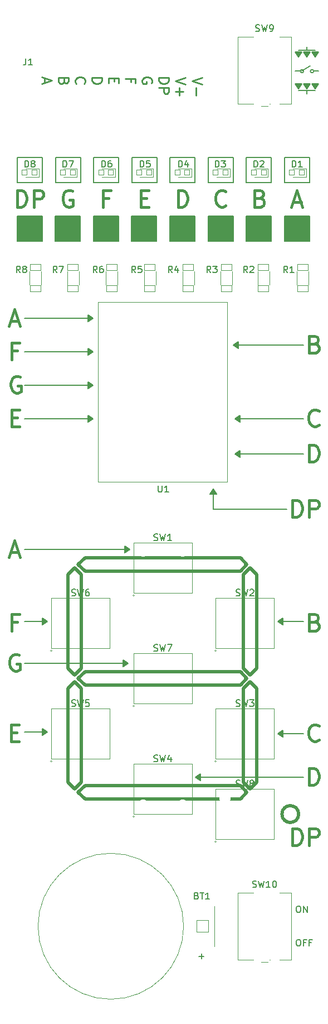
<source format=gto>
%TF.GenerationSoftware,KiCad,Pcbnew,(6.0.0)*%
%TF.CreationDate,2022-06-12T01:08:41-04:00*%
%TF.ProjectId,8 Seg Design Tool,38205365-6720-4446-9573-69676e20546f,v01*%
%TF.SameCoordinates,Original*%
%TF.FileFunction,Legend,Top*%
%TF.FilePolarity,Positive*%
%FSLAX46Y46*%
G04 Gerber Fmt 4.6, Leading zero omitted, Abs format (unit mm)*
G04 Created by KiCad (PCBNEW (6.0.0)) date 2022-06-12 01:08:41*
%MOMM*%
%LPD*%
G01*
G04 APERTURE LIST*
G04 Aperture macros list*
%AMRoundRect*
0 Rectangle with rounded corners*
0 $1 Rounding radius*
0 $2 $3 $4 $5 $6 $7 $8 $9 X,Y pos of 4 corners*
0 Add a 4 corners polygon primitive as box body*
4,1,4,$2,$3,$4,$5,$6,$7,$8,$9,$2,$3,0*
0 Add four circle primitives for the rounded corners*
1,1,$1+$1,$2,$3*
1,1,$1+$1,$4,$5*
1,1,$1+$1,$6,$7*
1,1,$1+$1,$8,$9*
0 Add four rect primitives between the rounded corners*
20,1,$1+$1,$2,$3,$4,$5,0*
20,1,$1+$1,$4,$5,$6,$7,0*
20,1,$1+$1,$6,$7,$8,$9,0*
20,1,$1+$1,$8,$9,$2,$3,0*%
G04 Aperture macros list end*
%ADD10C,0.150000*%
%ADD11C,0.508000*%
%ADD12C,0.254000*%
%ADD13C,0.381000*%
%ADD14C,0.120000*%
%ADD15C,1.883600*%
%ADD16RoundRect,0.050800X0.400000X0.400000X-0.400000X0.400000X-0.400000X-0.400000X0.400000X-0.400000X0*%
%ADD17C,1.763600*%
%ADD18RoundRect,0.050800X0.800100X-0.495300X0.800100X0.495300X-0.800100X0.495300X-0.800100X-0.495300X0*%
%ADD19RoundRect,0.050800X0.914400X-0.914400X0.914400X0.914400X-0.914400X0.914400X-0.914400X-0.914400X0*%
%ADD20C,1.930400*%
%ADD21C,1.861820*%
%ADD22C,0.889000*%
%ADD23C,1.651000*%
G04 APERTURE END LIST*
D10*
X144780000Y-32893000D02*
G75*
G03*
X144780000Y-32893000I-254000J0D01*
G01*
X111252000Y-70358000D02*
X110490000Y-70866000D01*
X110490000Y-70866000D02*
X110490000Y-69850000D01*
X110490000Y-69850000D02*
X111252000Y-70358000D01*
G36*
X111252000Y-70358000D02*
G01*
X110490000Y-70866000D01*
X110490000Y-69850000D01*
X111252000Y-70358000D01*
G37*
X111252000Y-70358000D02*
X110490000Y-70866000D01*
X110490000Y-69850000D01*
X111252000Y-70358000D01*
X111323928Y-45974000D02*
X115133928Y-45974000D01*
X115133928Y-45974000D02*
X115133928Y-49784000D01*
X115133928Y-49784000D02*
X111323928Y-49784000D01*
X111323928Y-49784000D02*
X111323928Y-45974000D01*
D11*
X136144000Y-109220000D02*
X136144000Y-123444000D01*
X136144000Y-123444000D02*
X135128000Y-124460000D01*
X135128000Y-124460000D02*
X134112000Y-123444000D01*
X134112000Y-123444000D02*
X134112000Y-109220000D01*
X134112000Y-109220000D02*
X135128000Y-108204000D01*
X135128000Y-108204000D02*
X136144000Y-109220000D01*
D10*
X99712500Y-45974000D02*
X103522500Y-45974000D01*
X103522500Y-45974000D02*
X103522500Y-49784000D01*
X103522500Y-49784000D02*
X99712500Y-49784000D01*
X99712500Y-49784000D02*
X99712500Y-45974000D01*
X105518214Y-45974000D02*
X109328214Y-45974000D01*
X109328214Y-45974000D02*
X109328214Y-49784000D01*
X109328214Y-49784000D02*
X105518214Y-49784000D01*
X105518214Y-49784000D02*
X105518214Y-45974000D01*
D11*
X109474000Y-109220000D02*
X109474000Y-123444000D01*
X109474000Y-123444000D02*
X108458000Y-124460000D01*
X108458000Y-124460000D02*
X107442000Y-123444000D01*
X107442000Y-123444000D02*
X107442000Y-109220000D01*
X107442000Y-109220000D02*
X108458000Y-108204000D01*
X108458000Y-108204000D02*
X109474000Y-109220000D01*
D10*
X117112142Y-54864000D02*
X120922142Y-54864000D01*
X120922142Y-54864000D02*
X120922142Y-58674000D01*
X120922142Y-58674000D02*
X117112142Y-58674000D01*
X117112142Y-58674000D02*
X117112142Y-54864000D01*
G36*
X117112142Y-54864000D02*
G01*
X120922142Y-54864000D01*
X120922142Y-58674000D01*
X117112142Y-58674000D01*
X117112142Y-54864000D01*
G37*
X143256000Y-85598000D02*
X132842000Y-85598000D01*
X104267000Y-133096000D02*
X103505000Y-133604000D01*
X103505000Y-133604000D02*
X103505000Y-132588000D01*
X103505000Y-132588000D02*
X104267000Y-133096000D01*
G36*
X104267000Y-133096000D02*
G01*
X103505000Y-133604000D01*
X103505000Y-132588000D01*
X104267000Y-133096000D01*
G37*
X104267000Y-133096000D02*
X103505000Y-133604000D01*
X103505000Y-132588000D01*
X104267000Y-133096000D01*
X143256000Y-32893000D02*
G75*
G03*
X143256000Y-32893000I-254000J0D01*
G01*
X100838000Y-116332000D02*
X104267000Y-116332000D01*
X100838000Y-75438000D02*
X111252000Y-75438000D01*
X141986000Y-32893000D02*
X142748000Y-32893000D01*
X143256000Y-139954000D02*
X126809500Y-139954000D01*
X111252000Y-80518000D02*
X110490000Y-81026000D01*
X110490000Y-81026000D02*
X110490000Y-80010000D01*
X110490000Y-80010000D02*
X111252000Y-80518000D01*
G36*
X111252000Y-80518000D02*
G01*
X110490000Y-81026000D01*
X110490000Y-80010000D01*
X111252000Y-80518000D01*
G37*
X111252000Y-80518000D02*
X110490000Y-81026000D01*
X110490000Y-80010000D01*
X111252000Y-80518000D01*
X128741070Y-45974000D02*
X132551070Y-45974000D01*
X132551070Y-45974000D02*
X132551070Y-49784000D01*
X132551070Y-49784000D02*
X128741070Y-49784000D01*
X128741070Y-49784000D02*
X128741070Y-45974000D01*
D11*
X134620000Y-124968000D02*
X133638940Y-125984000D01*
X133638940Y-125984000D02*
X110016940Y-125984000D01*
X110016940Y-125984000D02*
X108966000Y-124968000D01*
X108966000Y-124968000D02*
X110016940Y-123952000D01*
X110016940Y-123952000D02*
X133638940Y-123952000D01*
X133638940Y-123952000D02*
X134620000Y-124968000D01*
D10*
X145034000Y-30734000D02*
X144526000Y-29972000D01*
X144526000Y-29972000D02*
X145542000Y-29972000D01*
X145542000Y-29972000D02*
X145034000Y-30734000D01*
G36*
X145034000Y-30734000D02*
G01*
X144526000Y-29972000D01*
X145542000Y-29972000D01*
X145034000Y-30734000D01*
G37*
X145034000Y-30734000D02*
X144526000Y-29972000D01*
X145542000Y-29972000D01*
X145034000Y-30734000D01*
X122935356Y-45974000D02*
X126745356Y-45974000D01*
X126745356Y-45974000D02*
X126745356Y-49784000D01*
X126745356Y-49784000D02*
X122935356Y-49784000D01*
X122935356Y-49784000D02*
X122935356Y-45974000D01*
X143256000Y-133350000D02*
X139319000Y-133350000D01*
X100838000Y-85598000D02*
X111252000Y-85598000D01*
D11*
X142494000Y-145542000D02*
G75*
G03*
X142494000Y-145542000I-1270000J0D01*
G01*
D10*
X139319000Y-133350000D02*
X140081000Y-132842000D01*
X140081000Y-132842000D02*
X140081000Y-133858000D01*
X140081000Y-133858000D02*
X139319000Y-133350000D01*
G36*
X140081000Y-133858000D02*
G01*
X139319000Y-133350000D01*
X140081000Y-132842000D01*
X140081000Y-133858000D01*
G37*
X140081000Y-133858000D02*
X139319000Y-133350000D01*
X140081000Y-132842000D01*
X140081000Y-133858000D01*
X142494000Y-35814000D02*
X145034000Y-35814000D01*
X132842000Y-85598000D02*
X133604000Y-85090000D01*
X133604000Y-85090000D02*
X133604000Y-86106000D01*
X133604000Y-86106000D02*
X132842000Y-85598000D01*
G36*
X133604000Y-86106000D02*
G01*
X132842000Y-85598000D01*
X133604000Y-85090000D01*
X133604000Y-86106000D01*
G37*
X133604000Y-86106000D02*
X132842000Y-85598000D01*
X133604000Y-85090000D01*
X133604000Y-86106000D01*
X142494000Y-30734000D02*
X141986000Y-29972000D01*
X141986000Y-29972000D02*
X143002000Y-29972000D01*
X143002000Y-29972000D02*
X142494000Y-30734000D01*
G36*
X142494000Y-30734000D02*
G01*
X141986000Y-29972000D01*
X143002000Y-29972000D01*
X142494000Y-30734000D01*
G37*
X142494000Y-30734000D02*
X141986000Y-29972000D01*
X143002000Y-29972000D01*
X142494000Y-30734000D01*
X145034000Y-35814000D02*
X143764000Y-35814000D01*
X126809500Y-139954000D02*
X127571500Y-139446000D01*
X127571500Y-139446000D02*
X127571500Y-140462000D01*
X127571500Y-140462000D02*
X126809500Y-139954000D01*
G36*
X127571500Y-140462000D02*
G01*
X126809500Y-139954000D01*
X127571500Y-139446000D01*
X127571500Y-140462000D01*
G37*
X127571500Y-140462000D02*
X126809500Y-139954000D01*
X127571500Y-139446000D01*
X127571500Y-140462000D01*
X128723570Y-54864000D02*
X132533570Y-54864000D01*
X132533570Y-54864000D02*
X132533570Y-58674000D01*
X132533570Y-58674000D02*
X128723570Y-58674000D01*
X128723570Y-58674000D02*
X128723570Y-54864000D01*
G36*
X128723570Y-54864000D02*
G01*
X132533570Y-54864000D01*
X132533570Y-58674000D01*
X128723570Y-58674000D01*
X128723570Y-54864000D01*
G37*
X142494000Y-35560000D02*
X141986000Y-34798000D01*
X141986000Y-34798000D02*
X143002000Y-34798000D01*
X143002000Y-34798000D02*
X142494000Y-35560000D01*
G36*
X142494000Y-35560000D02*
G01*
X141986000Y-34798000D01*
X143002000Y-34798000D01*
X142494000Y-35560000D01*
G37*
X142494000Y-35560000D02*
X141986000Y-34798000D01*
X143002000Y-34798000D01*
X142494000Y-35560000D01*
X143764000Y-35560000D02*
X143256000Y-34798000D01*
X143256000Y-34798000D02*
X144272000Y-34798000D01*
X144272000Y-34798000D02*
X143764000Y-35560000D01*
G36*
X143764000Y-35560000D02*
G01*
X143256000Y-34798000D01*
X144272000Y-34798000D01*
X143764000Y-35560000D01*
G37*
X143764000Y-35560000D02*
X143256000Y-34798000D01*
X144272000Y-34798000D01*
X143764000Y-35560000D01*
X105500714Y-54864000D02*
X109310714Y-54864000D01*
X109310714Y-54864000D02*
X109310714Y-58674000D01*
X109310714Y-58674000D02*
X105500714Y-58674000D01*
X105500714Y-58674000D02*
X105500714Y-54864000D01*
G36*
X105500714Y-54864000D02*
G01*
X109310714Y-54864000D01*
X109310714Y-58674000D01*
X105500714Y-58674000D01*
X105500714Y-54864000D01*
G37*
X122917856Y-54864000D02*
X126727856Y-54864000D01*
X126727856Y-54864000D02*
X126727856Y-58674000D01*
X126727856Y-58674000D02*
X122917856Y-58674000D01*
X122917856Y-58674000D02*
X122917856Y-54864000D01*
G36*
X122917856Y-54864000D02*
G01*
X126727856Y-54864000D01*
X126727856Y-58674000D01*
X122917856Y-58674000D01*
X122917856Y-54864000D01*
G37*
X111306428Y-54864000D02*
X115116428Y-54864000D01*
X115116428Y-54864000D02*
X115116428Y-58674000D01*
X115116428Y-58674000D02*
X111306428Y-58674000D01*
X111306428Y-58674000D02*
X111306428Y-54864000D01*
G36*
X111306428Y-54864000D02*
G01*
X115116428Y-54864000D01*
X115116428Y-58674000D01*
X111306428Y-58674000D01*
X111306428Y-54864000D01*
G37*
X144780000Y-32893000D02*
X145542000Y-32893000D01*
X143256000Y-116332000D02*
X139319000Y-116332000D01*
D11*
X109474000Y-126492000D02*
X109474000Y-140716000D01*
X109474000Y-140716000D02*
X108458000Y-141732000D01*
X108458000Y-141732000D02*
X107442000Y-140716000D01*
X107442000Y-140716000D02*
X107442000Y-126492000D01*
X107442000Y-126492000D02*
X108458000Y-125476000D01*
X108458000Y-125476000D02*
X109474000Y-126492000D01*
D10*
X143002000Y-32893000D02*
X144272000Y-32131000D01*
D11*
X134620000Y-142234500D02*
X133638940Y-143256000D01*
X133638940Y-143256000D02*
X110016940Y-143256000D01*
X110016940Y-143256000D02*
X108966000Y-142234500D01*
X108966000Y-142234500D02*
X110016940Y-141224000D01*
X110016940Y-141224000D02*
X133638940Y-141224000D01*
X133638940Y-141224000D02*
X134620000Y-142234500D01*
D10*
X134546784Y-45974000D02*
X138356784Y-45974000D01*
X138356784Y-45974000D02*
X138356784Y-49784000D01*
X138356784Y-49784000D02*
X134546784Y-49784000D01*
X134546784Y-49784000D02*
X134546784Y-45974000D01*
X100838000Y-122682000D02*
X116586000Y-122682000D01*
X143764000Y-36322000D02*
X143764000Y-35814000D01*
X140352500Y-45974000D02*
X144162500Y-45974000D01*
X144162500Y-45974000D02*
X144162500Y-49784000D01*
X144162500Y-49784000D02*
X140352500Y-49784000D01*
X140352500Y-49784000D02*
X140352500Y-45974000D01*
X143256000Y-90932000D02*
X132842000Y-90932000D01*
X99712500Y-54864000D02*
X103522500Y-54864000D01*
X103522500Y-54864000D02*
X103522500Y-58674000D01*
X103522500Y-58674000D02*
X99712500Y-58674000D01*
X99712500Y-58674000D02*
X99712500Y-54864000D01*
G36*
X99712500Y-54864000D02*
G01*
X103522500Y-54864000D01*
X103522500Y-58674000D01*
X99712500Y-58674000D01*
X99712500Y-54864000D01*
G37*
X104267000Y-116332000D02*
X103505000Y-116840000D01*
X103505000Y-116840000D02*
X103505000Y-115824000D01*
X103505000Y-115824000D02*
X104267000Y-116332000D01*
G36*
X104267000Y-116332000D02*
G01*
X103505000Y-116840000D01*
X103505000Y-115824000D01*
X104267000Y-116332000D01*
G37*
X104267000Y-116332000D02*
X103505000Y-116840000D01*
X103505000Y-115824000D01*
X104267000Y-116332000D01*
D11*
X136144000Y-126492000D02*
X136144000Y-140716000D01*
X136144000Y-140716000D02*
X135128000Y-141732000D01*
X135128000Y-141732000D02*
X134112000Y-140716000D01*
X134112000Y-140716000D02*
X134112000Y-126492000D01*
X134112000Y-126492000D02*
X135128000Y-125476000D01*
X135128000Y-125476000D02*
X136144000Y-126492000D01*
D10*
X111252000Y-85598000D02*
X110490000Y-86106000D01*
X110490000Y-86106000D02*
X110490000Y-85090000D01*
X110490000Y-85090000D02*
X111252000Y-85598000D01*
G36*
X111252000Y-85598000D02*
G01*
X110490000Y-86106000D01*
X110490000Y-85090000D01*
X111252000Y-85598000D01*
G37*
X111252000Y-85598000D02*
X110490000Y-86106000D01*
X110490000Y-85090000D01*
X111252000Y-85598000D01*
X129540000Y-99314000D02*
X129540000Y-96266000D01*
X143256000Y-74422000D02*
X132588000Y-74422000D01*
X132588000Y-74422000D02*
X133350000Y-73914000D01*
X133350000Y-73914000D02*
X133350000Y-74930000D01*
X133350000Y-74930000D02*
X132588000Y-74422000D01*
G36*
X133350000Y-74930000D02*
G01*
X132588000Y-74422000D01*
X133350000Y-73914000D01*
X133350000Y-74930000D01*
G37*
X133350000Y-74930000D02*
X132588000Y-74422000D01*
X133350000Y-73914000D01*
X133350000Y-74930000D01*
X116586000Y-122682000D02*
X115824000Y-123190000D01*
X115824000Y-123190000D02*
X115824000Y-122174000D01*
X115824000Y-122174000D02*
X116586000Y-122682000D01*
G36*
X116586000Y-122682000D02*
G01*
X115824000Y-123190000D01*
X115824000Y-122174000D01*
X116586000Y-122682000D01*
G37*
X116586000Y-122682000D02*
X115824000Y-123190000D01*
X115824000Y-122174000D01*
X116586000Y-122682000D01*
X143764000Y-29718000D02*
X143764000Y-29210000D01*
X140352500Y-54864000D02*
X144162500Y-54864000D01*
X144162500Y-54864000D02*
X144162500Y-58674000D01*
X144162500Y-58674000D02*
X140352500Y-58674000D01*
X140352500Y-58674000D02*
X140352500Y-54864000D01*
G36*
X140352500Y-54864000D02*
G01*
X144162500Y-54864000D01*
X144162500Y-58674000D01*
X140352500Y-58674000D01*
X140352500Y-54864000D01*
G37*
X129540000Y-99314000D02*
X140716000Y-99314000D01*
X129540000Y-96266000D02*
X130048000Y-97028000D01*
X130048000Y-97028000D02*
X129032000Y-97028000D01*
X129032000Y-97028000D02*
X129540000Y-96266000D01*
G36*
X130048000Y-97028000D02*
G01*
X129032000Y-97028000D01*
X129540000Y-96266000D01*
X130048000Y-97028000D01*
G37*
X130048000Y-97028000D02*
X129032000Y-97028000D01*
X129540000Y-96266000D01*
X130048000Y-97028000D01*
X117129642Y-45974000D02*
X120939642Y-45974000D01*
X120939642Y-45974000D02*
X120939642Y-49784000D01*
X120939642Y-49784000D02*
X117129642Y-49784000D01*
X117129642Y-49784000D02*
X117129642Y-45974000D01*
X100838000Y-80518000D02*
X111252000Y-80518000D01*
X116840000Y-105410000D02*
X116078000Y-105918000D01*
X116078000Y-105918000D02*
X116078000Y-104902000D01*
X116078000Y-104902000D02*
X116840000Y-105410000D01*
G36*
X116840000Y-105410000D02*
G01*
X116078000Y-105918000D01*
X116078000Y-104902000D01*
X116840000Y-105410000D01*
G37*
X116840000Y-105410000D02*
X116078000Y-105918000D01*
X116078000Y-104902000D01*
X116840000Y-105410000D01*
X145034000Y-35560000D02*
X144526000Y-34798000D01*
X144526000Y-34798000D02*
X145542000Y-34798000D01*
X145542000Y-34798000D02*
X145034000Y-35560000D01*
G36*
X145034000Y-35560000D02*
G01*
X144526000Y-34798000D01*
X145542000Y-34798000D01*
X145034000Y-35560000D01*
G37*
X145034000Y-35560000D02*
X144526000Y-34798000D01*
X145542000Y-34798000D01*
X145034000Y-35560000D01*
X111252000Y-75438000D02*
X110490000Y-75946000D01*
X110490000Y-75946000D02*
X110490000Y-74930000D01*
X110490000Y-74930000D02*
X111252000Y-75438000D01*
G36*
X111252000Y-75438000D02*
G01*
X110490000Y-75946000D01*
X110490000Y-74930000D01*
X111252000Y-75438000D01*
G37*
X111252000Y-75438000D02*
X110490000Y-75946000D01*
X110490000Y-74930000D01*
X111252000Y-75438000D01*
X142494000Y-29718000D02*
X145034000Y-29718000D01*
X132842000Y-90932000D02*
X133604000Y-90424000D01*
X133604000Y-90424000D02*
X133604000Y-91440000D01*
X133604000Y-91440000D02*
X132842000Y-90932000D01*
G36*
X133604000Y-91440000D02*
G01*
X132842000Y-90932000D01*
X133604000Y-90424000D01*
X133604000Y-91440000D01*
G37*
X133604000Y-91440000D02*
X132842000Y-90932000D01*
X133604000Y-90424000D01*
X133604000Y-91440000D01*
X143764000Y-30734000D02*
X143256000Y-29972000D01*
X143256000Y-29972000D02*
X144272000Y-29972000D01*
X144272000Y-29972000D02*
X143764000Y-30734000D01*
G36*
X143764000Y-30734000D02*
G01*
X143256000Y-29972000D01*
X144272000Y-29972000D01*
X143764000Y-30734000D01*
G37*
X143764000Y-30734000D02*
X143256000Y-29972000D01*
X144272000Y-29972000D01*
X143764000Y-30734000D01*
X100838000Y-133096000D02*
X104267000Y-133096000D01*
X100838000Y-105410000D02*
X116840000Y-105410000D01*
X134529284Y-54864000D02*
X138339284Y-54864000D01*
X138339284Y-54864000D02*
X138339284Y-58674000D01*
X138339284Y-58674000D02*
X134529284Y-58674000D01*
X134529284Y-58674000D02*
X134529284Y-54864000D01*
G36*
X134529284Y-54864000D02*
G01*
X138339284Y-54864000D01*
X138339284Y-58674000D01*
X134529284Y-58674000D01*
X134529284Y-54864000D01*
G37*
D11*
X134620000Y-107696000D02*
X133638940Y-108712000D01*
X133638940Y-108712000D02*
X110016940Y-108712000D01*
X110016940Y-108712000D02*
X108966000Y-107696000D01*
X108966000Y-107696000D02*
X110016940Y-106680000D01*
X110016940Y-106680000D02*
X133638940Y-106680000D01*
X133638940Y-106680000D02*
X134620000Y-107696000D01*
D10*
X139319000Y-116332000D02*
X140081000Y-115824000D01*
X140081000Y-115824000D02*
X140081000Y-116840000D01*
X140081000Y-116840000D02*
X139319000Y-116332000D01*
G36*
X140081000Y-116840000D02*
G01*
X139319000Y-116332000D01*
X140081000Y-115824000D01*
X140081000Y-116840000D01*
G37*
X140081000Y-116840000D02*
X139319000Y-116332000D01*
X140081000Y-115824000D01*
X140081000Y-116840000D01*
X100838000Y-70358000D02*
X111252000Y-70358000D01*
D12*
X103886000Y-33927142D02*
X103886000Y-34652857D01*
X103450571Y-33782000D02*
X104974571Y-34290000D01*
X103450571Y-34798000D01*
D13*
X113574285Y-52142571D02*
X112727618Y-52142571D01*
X112727618Y-53473047D02*
X112727618Y-50933047D01*
X113937142Y-50933047D01*
X99676857Y-75256571D02*
X98830190Y-75256571D01*
X98830190Y-76587047D02*
X98830190Y-74047047D01*
X100039714Y-74047047D01*
D10*
X142382952Y-164552380D02*
X142573428Y-164552380D01*
X142668666Y-164600000D01*
X142763904Y-164695238D01*
X142811523Y-164885714D01*
X142811523Y-165219047D01*
X142763904Y-165409523D01*
X142668666Y-165504761D01*
X142573428Y-165552380D01*
X142382952Y-165552380D01*
X142287713Y-165504761D01*
X142192475Y-165409523D01*
X142144856Y-165219047D01*
X142144856Y-164885714D01*
X142192475Y-164695238D01*
X142287713Y-164600000D01*
X142382952Y-164552380D01*
X143573428Y-165028571D02*
X143240094Y-165028571D01*
X143240094Y-165552380D02*
X143240094Y-164552380D01*
X143716285Y-164552380D01*
X144430571Y-165028571D02*
X144097237Y-165028571D01*
X144097237Y-165552380D02*
X144097237Y-164552380D01*
X144573428Y-164552380D01*
D13*
X141574761Y-100463047D02*
X141574761Y-97923047D01*
X142179523Y-97923047D01*
X142542380Y-98044000D01*
X142784285Y-98285904D01*
X142905238Y-98527809D01*
X143026190Y-99011619D01*
X143026190Y-99374476D01*
X142905238Y-99858285D01*
X142784285Y-100100190D01*
X142542380Y-100342095D01*
X142179523Y-100463047D01*
X141574761Y-100463047D01*
X144114761Y-100463047D02*
X144114761Y-97923047D01*
X145082380Y-97923047D01*
X145324285Y-98044000D01*
X145445238Y-98164952D01*
X145566190Y-98406857D01*
X145566190Y-98769714D01*
X145445238Y-99011619D01*
X145324285Y-99132571D01*
X145082380Y-99253523D01*
X144114761Y-99253523D01*
X144961428Y-116404571D02*
X145324285Y-116525523D01*
X145445238Y-116646476D01*
X145566190Y-116888380D01*
X145566190Y-117251238D01*
X145445238Y-117493142D01*
X145324285Y-117614095D01*
X145082380Y-117735047D01*
X144114761Y-117735047D01*
X144114761Y-115195047D01*
X144961428Y-115195047D01*
X145203333Y-115316000D01*
X145324285Y-115436952D01*
X145445238Y-115678857D01*
X145445238Y-115920761D01*
X145324285Y-116162666D01*
X145203333Y-116283619D01*
X144961428Y-116404571D01*
X144114761Y-116404571D01*
D10*
X142382952Y-159472380D02*
X142573428Y-159472380D01*
X142668666Y-159520000D01*
X142763904Y-159615238D01*
X142811523Y-159805714D01*
X142811523Y-160139047D01*
X142763904Y-160329523D01*
X142668666Y-160424761D01*
X142573428Y-160472380D01*
X142382952Y-160472380D01*
X142287714Y-160424761D01*
X142192476Y-160329523D01*
X142144857Y-160139047D01*
X142144857Y-159805714D01*
X142192476Y-159615238D01*
X142287714Y-159520000D01*
X142382952Y-159472380D01*
X143240095Y-160472380D02*
X143240095Y-159472380D01*
X143811523Y-160472380D01*
X143811523Y-159472380D01*
D12*
X111070571Y-33890857D02*
X112594571Y-33890857D01*
X112594571Y-34253714D01*
X112522000Y-34471428D01*
X112376857Y-34616571D01*
X112231714Y-34689142D01*
X111941428Y-34761714D01*
X111723714Y-34761714D01*
X111433428Y-34689142D01*
X111288285Y-34616571D01*
X111143142Y-34471428D01*
X111070571Y-34253714D01*
X111070571Y-33890857D01*
D13*
X99676857Y-116404571D02*
X98830190Y-116404571D01*
X98830190Y-117735047D02*
X98830190Y-115195047D01*
X100039714Y-115195047D01*
X99682261Y-53473047D02*
X99682261Y-50933047D01*
X100287023Y-50933047D01*
X100649880Y-51054000D01*
X100891785Y-51295904D01*
X101012738Y-51537809D01*
X101133690Y-52021619D01*
X101133690Y-52384476D01*
X101012738Y-52868285D01*
X100891785Y-53110190D01*
X100649880Y-53352095D01*
X100287023Y-53473047D01*
X99682261Y-53473047D01*
X102222261Y-53473047D02*
X102222261Y-50933047D01*
X103189880Y-50933047D01*
X103431785Y-51054000D01*
X103552738Y-51174952D01*
X103673690Y-51416857D01*
X103673690Y-51779714D01*
X103552738Y-52021619D01*
X103431785Y-52142571D01*
X103189880Y-52263523D01*
X102222261Y-52263523D01*
X136615712Y-52142571D02*
X136978569Y-52263523D01*
X137099522Y-52384476D01*
X137220474Y-52626380D01*
X137220474Y-52989238D01*
X137099522Y-53231142D01*
X136978569Y-53352095D01*
X136736664Y-53473047D01*
X135769045Y-53473047D01*
X135769045Y-50933047D01*
X136615712Y-50933047D01*
X136857617Y-51054000D01*
X136978569Y-51174952D01*
X137099522Y-51416857D01*
X137099522Y-51658761D01*
X136978569Y-51900666D01*
X136857617Y-52021619D01*
X136615712Y-52142571D01*
X135769045Y-52142571D01*
X131414760Y-53231142D02*
X131293808Y-53352095D01*
X130930950Y-53473047D01*
X130689046Y-53473047D01*
X130326189Y-53352095D01*
X130084284Y-53110190D01*
X129963331Y-52868285D01*
X129842379Y-52384476D01*
X129842379Y-52021619D01*
X129963331Y-51537809D01*
X130084284Y-51295904D01*
X130326189Y-51054000D01*
X130689046Y-50933047D01*
X130930950Y-50933047D01*
X131293808Y-51054000D01*
X131414760Y-51174952D01*
X100160667Y-79248000D02*
X99918762Y-79127047D01*
X99555905Y-79127047D01*
X99193048Y-79248000D01*
X98951143Y-79489904D01*
X98830190Y-79731809D01*
X98709238Y-80215619D01*
X98709238Y-80578476D01*
X98830190Y-81062285D01*
X98951143Y-81304190D01*
X99193048Y-81546095D01*
X99555905Y-81667047D01*
X99797809Y-81667047D01*
X100160667Y-81546095D01*
X100281619Y-81425142D01*
X100281619Y-80578476D01*
X99797809Y-80578476D01*
X145566190Y-134257142D02*
X145445238Y-134378095D01*
X145082380Y-134499047D01*
X144840476Y-134499047D01*
X144477619Y-134378095D01*
X144235714Y-134136190D01*
X144114761Y-133894285D01*
X143993809Y-133410476D01*
X143993809Y-133047619D01*
X144114761Y-132563809D01*
X144235714Y-132321904D01*
X144477619Y-132080000D01*
X144840476Y-131959047D01*
X145082380Y-131959047D01*
X145445238Y-132080000D01*
X145566190Y-132200952D01*
X144114761Y-92081047D02*
X144114761Y-89541047D01*
X144719523Y-89541047D01*
X145082380Y-89662000D01*
X145324285Y-89903904D01*
X145445238Y-90145809D01*
X145566190Y-90629619D01*
X145566190Y-90992476D01*
X145445238Y-91476285D01*
X145324285Y-91718190D01*
X145082380Y-91960095D01*
X144719523Y-92081047D01*
X144114761Y-92081047D01*
X141652738Y-52747333D02*
X142862261Y-52747333D01*
X141410833Y-53473047D02*
X142257500Y-50933047D01*
X143104166Y-53473047D01*
X124157617Y-53473047D02*
X124157617Y-50933047D01*
X124762379Y-50933047D01*
X125125236Y-51054000D01*
X125367141Y-51295904D01*
X125488094Y-51537809D01*
X125609046Y-52021619D01*
X125609046Y-52384476D01*
X125488094Y-52868285D01*
X125367141Y-53110190D01*
X125125236Y-53352095D01*
X124762379Y-53473047D01*
X124157617Y-53473047D01*
D12*
X127834571Y-33854571D02*
X126310571Y-34362571D01*
X127834571Y-34870571D01*
X126891142Y-35378571D02*
X126891142Y-36539714D01*
D13*
X98769714Y-133168571D02*
X99616380Y-133168571D01*
X99979238Y-134499047D02*
X98769714Y-134499047D01*
X98769714Y-131959047D01*
X99979238Y-131959047D01*
X98830190Y-85416571D02*
X99676856Y-85416571D01*
X100039714Y-86747047D02*
X98830190Y-86747047D01*
X98830190Y-84207047D01*
X100039714Y-84207047D01*
D12*
X121230571Y-33890857D02*
X122754571Y-33890857D01*
X122754571Y-34253714D01*
X122682000Y-34471428D01*
X122536857Y-34616571D01*
X122391714Y-34689142D01*
X122101428Y-34761714D01*
X121883714Y-34761714D01*
X121593428Y-34689142D01*
X121448285Y-34616571D01*
X121303142Y-34471428D01*
X121230571Y-34253714D01*
X121230571Y-33890857D01*
X121230571Y-35414857D02*
X122754571Y-35414857D01*
X122754571Y-35995428D01*
X122682000Y-36140571D01*
X122609428Y-36213142D01*
X122464285Y-36285714D01*
X122246571Y-36285714D01*
X122101428Y-36213142D01*
X122028857Y-36140571D01*
X121956285Y-35995428D01*
X121956285Y-35414857D01*
D13*
X108070952Y-51054000D02*
X107829047Y-50933047D01*
X107466190Y-50933047D01*
X107103333Y-51054000D01*
X106861428Y-51295904D01*
X106740475Y-51537809D01*
X106619523Y-52021619D01*
X106619523Y-52384476D01*
X106740475Y-52868285D01*
X106861428Y-53110190D01*
X107103333Y-53352095D01*
X107466190Y-53473047D01*
X107708094Y-53473047D01*
X108070952Y-53352095D01*
X108191904Y-53231142D01*
X108191904Y-52384476D01*
X107708094Y-52384476D01*
X144961428Y-74240571D02*
X145324285Y-74361523D01*
X145445238Y-74482476D01*
X145566190Y-74724380D01*
X145566190Y-75087238D01*
X145445238Y-75329142D01*
X145324285Y-75450095D01*
X145082380Y-75571047D01*
X144114761Y-75571047D01*
X144114761Y-73031047D01*
X144961428Y-73031047D01*
X145203333Y-73152000D01*
X145324285Y-73272952D01*
X145445238Y-73514857D01*
X145445238Y-73756761D01*
X145324285Y-73998666D01*
X145203333Y-74119619D01*
X144961428Y-74240571D01*
X144114761Y-74240571D01*
X145566190Y-86505142D02*
X145445238Y-86626095D01*
X145082380Y-86747047D01*
X144840476Y-86747047D01*
X144477619Y-86626095D01*
X144235714Y-86384190D01*
X144114761Y-86142285D01*
X143993809Y-85658476D01*
X143993809Y-85295619D01*
X144114761Y-84811809D01*
X144235714Y-84569904D01*
X144477619Y-84328000D01*
X144840476Y-84207047D01*
X145082380Y-84207047D01*
X145445238Y-84328000D01*
X145566190Y-84448952D01*
D12*
X114408857Y-33963428D02*
X114408857Y-34471428D01*
X113610571Y-34689142D02*
X113610571Y-33963428D01*
X115134571Y-33963428D01*
X115134571Y-34689142D01*
X106788857Y-34398857D02*
X106716285Y-34616571D01*
X106643714Y-34689142D01*
X106498571Y-34761714D01*
X106280857Y-34761714D01*
X106135714Y-34689142D01*
X106063142Y-34616571D01*
X105990571Y-34471428D01*
X105990571Y-33890857D01*
X107514571Y-33890857D01*
X107514571Y-34398857D01*
X107442000Y-34544000D01*
X107369428Y-34616571D01*
X107224285Y-34689142D01*
X107079142Y-34689142D01*
X106934000Y-34616571D01*
X106861428Y-34544000D01*
X106788857Y-34398857D01*
X106788857Y-33890857D01*
D13*
X118472856Y-52142571D02*
X119319522Y-52142571D01*
X119682380Y-53473047D02*
X118472856Y-53473047D01*
X118472856Y-50933047D01*
X119682380Y-50933047D01*
X99979238Y-121412000D02*
X99737333Y-121291047D01*
X99374476Y-121291047D01*
X99011619Y-121412000D01*
X98769714Y-121653904D01*
X98648761Y-121895809D01*
X98527809Y-122379619D01*
X98527809Y-122742476D01*
X98648761Y-123226285D01*
X98769714Y-123468190D01*
X99011619Y-123710095D01*
X99374476Y-123831047D01*
X99616380Y-123831047D01*
X99979238Y-123710095D01*
X100100190Y-123589142D01*
X100100190Y-122742476D01*
X99616380Y-122742476D01*
X144114761Y-141103047D02*
X144114761Y-138563047D01*
X144719523Y-138563047D01*
X145082380Y-138684000D01*
X145324285Y-138925904D01*
X145445238Y-139167809D01*
X145566190Y-139651619D01*
X145566190Y-140014476D01*
X145445238Y-140498285D01*
X145324285Y-140740190D01*
X145082380Y-140982095D01*
X144719523Y-141103047D01*
X144114761Y-141103047D01*
D12*
X125294571Y-33854571D02*
X123770571Y-34362571D01*
X125294571Y-34870571D01*
X124351142Y-35378571D02*
X124351142Y-36539714D01*
X123770571Y-35959142D02*
X124931714Y-35959142D01*
X116948857Y-34507714D02*
X116948857Y-33999714D01*
X116150571Y-33999714D02*
X117674571Y-33999714D01*
X117674571Y-34725428D01*
X120142000Y-34689142D02*
X120214571Y-34544000D01*
X120214571Y-34326285D01*
X120142000Y-34108571D01*
X119996857Y-33963428D01*
X119851714Y-33890857D01*
X119561428Y-33818285D01*
X119343714Y-33818285D01*
X119053428Y-33890857D01*
X118908285Y-33963428D01*
X118763142Y-34108571D01*
X118690571Y-34326285D01*
X118690571Y-34471428D01*
X118763142Y-34689142D01*
X118835714Y-34761714D01*
X119343714Y-34761714D01*
X119343714Y-34471428D01*
D13*
X98709238Y-105833333D02*
X99918761Y-105833333D01*
X98467333Y-106559047D02*
X99314000Y-104019047D01*
X100160666Y-106559047D01*
X98709238Y-70781333D02*
X99918761Y-70781333D01*
X98467333Y-71507047D02*
X99314000Y-68967047D01*
X100160666Y-71507047D01*
X141574761Y-150247047D02*
X141574761Y-147707047D01*
X142179523Y-147707047D01*
X142542380Y-147828000D01*
X142784285Y-148069904D01*
X142905238Y-148311809D01*
X143026190Y-148795619D01*
X143026190Y-149158476D01*
X142905238Y-149642285D01*
X142784285Y-149884190D01*
X142542380Y-150126095D01*
X142179523Y-150247047D01*
X141574761Y-150247047D01*
X144114761Y-150247047D02*
X144114761Y-147707047D01*
X145082380Y-147707047D01*
X145324285Y-147828000D01*
X145445238Y-147948952D01*
X145566190Y-148190857D01*
X145566190Y-148553714D01*
X145445238Y-148795619D01*
X145324285Y-148916571D01*
X145082380Y-149037523D01*
X144114761Y-149037523D01*
D12*
X108675714Y-34761714D02*
X108603142Y-34689142D01*
X108530571Y-34471428D01*
X108530571Y-34326285D01*
X108603142Y-34108571D01*
X108748285Y-33963428D01*
X108893428Y-33890857D01*
X109183714Y-33818285D01*
X109401428Y-33818285D01*
X109691714Y-33890857D01*
X109836857Y-33963428D01*
X109982000Y-34108571D01*
X110054571Y-34326285D01*
X110054571Y-34471428D01*
X109982000Y-34689142D01*
X109909428Y-34761714D01*
D10*
X101012666Y-30948380D02*
X101012666Y-31662666D01*
X100965047Y-31805523D01*
X100869809Y-31900761D01*
X100726952Y-31948380D01*
X100631714Y-31948380D01*
X102012666Y-31948380D02*
X101441238Y-31948380D01*
X101726952Y-31948380D02*
X101726952Y-30948380D01*
X101631714Y-31091238D01*
X101536476Y-31186476D01*
X101441238Y-31234095D01*
X100861904Y-47442380D02*
X100861904Y-46442380D01*
X101100000Y-46442380D01*
X101242857Y-46490000D01*
X101338095Y-46585238D01*
X101385714Y-46680476D01*
X101433333Y-46870952D01*
X101433333Y-47013809D01*
X101385714Y-47204285D01*
X101338095Y-47299523D01*
X101242857Y-47394761D01*
X101100000Y-47442380D01*
X100861904Y-47442380D01*
X102004761Y-46870952D02*
X101909523Y-46823333D01*
X101861904Y-46775714D01*
X101814285Y-46680476D01*
X101814285Y-46632857D01*
X101861904Y-46537619D01*
X101909523Y-46490000D01*
X102004761Y-46442380D01*
X102195238Y-46442380D01*
X102290476Y-46490000D01*
X102338095Y-46537619D01*
X102385714Y-46632857D01*
X102385714Y-46680476D01*
X102338095Y-46775714D01*
X102290476Y-46823333D01*
X102195238Y-46870952D01*
X102004761Y-46870952D01*
X101909523Y-46918571D01*
X101861904Y-46966190D01*
X101814285Y-47061428D01*
X101814285Y-47251904D01*
X101861904Y-47347142D01*
X101909523Y-47394761D01*
X102004761Y-47442380D01*
X102195238Y-47442380D01*
X102290476Y-47394761D01*
X102338095Y-47347142D01*
X102385714Y-47251904D01*
X102385714Y-47061428D01*
X102338095Y-46966190D01*
X102290476Y-46918571D01*
X102195238Y-46870952D01*
X107994580Y-112413261D02*
X108137437Y-112460880D01*
X108375533Y-112460880D01*
X108470771Y-112413261D01*
X108518390Y-112365642D01*
X108566009Y-112270404D01*
X108566009Y-112175166D01*
X108518390Y-112079928D01*
X108470771Y-112032309D01*
X108375533Y-111984690D01*
X108185056Y-111937071D01*
X108089818Y-111889452D01*
X108042199Y-111841833D01*
X107994580Y-111746595D01*
X107994580Y-111651357D01*
X108042199Y-111556119D01*
X108089818Y-111508500D01*
X108185056Y-111460880D01*
X108423152Y-111460880D01*
X108566009Y-111508500D01*
X108899342Y-111460880D02*
X109137437Y-112460880D01*
X109327914Y-111746595D01*
X109518390Y-112460880D01*
X109756485Y-111460880D01*
X110566009Y-111460880D02*
X110375533Y-111460880D01*
X110280294Y-111508500D01*
X110232675Y-111556119D01*
X110137437Y-111698976D01*
X110089818Y-111889452D01*
X110089818Y-112270404D01*
X110137437Y-112365642D01*
X110185056Y-112413261D01*
X110280294Y-112460880D01*
X110470771Y-112460880D01*
X110566009Y-112413261D01*
X110613628Y-112365642D01*
X110661247Y-112270404D01*
X110661247Y-112032309D01*
X110613628Y-111937071D01*
X110566009Y-111889452D01*
X110470771Y-111841833D01*
X110280294Y-111841833D01*
X110185056Y-111889452D01*
X110137437Y-111937071D01*
X110089818Y-112032309D01*
X141501904Y-47442380D02*
X141501904Y-46442380D01*
X141740000Y-46442380D01*
X141882857Y-46490000D01*
X141978095Y-46585238D01*
X142025714Y-46680476D01*
X142073333Y-46870952D01*
X142073333Y-47013809D01*
X142025714Y-47204285D01*
X141978095Y-47299523D01*
X141882857Y-47394761D01*
X141740000Y-47442380D01*
X141501904Y-47442380D01*
X143025714Y-47442380D02*
X142454285Y-47442380D01*
X142740000Y-47442380D02*
X142740000Y-46442380D01*
X142644761Y-46585238D01*
X142549523Y-46680476D01*
X142454285Y-46728095D01*
X120494618Y-120795261D02*
X120637475Y-120842880D01*
X120875571Y-120842880D01*
X120970809Y-120795261D01*
X121018428Y-120747642D01*
X121066047Y-120652404D01*
X121066047Y-120557166D01*
X121018428Y-120461928D01*
X120970809Y-120414309D01*
X120875571Y-120366690D01*
X120685094Y-120319071D01*
X120589856Y-120271452D01*
X120542237Y-120223833D01*
X120494618Y-120128595D01*
X120494618Y-120033357D01*
X120542237Y-119938119D01*
X120589856Y-119890500D01*
X120685094Y-119842880D01*
X120923190Y-119842880D01*
X121066047Y-119890500D01*
X121399380Y-119842880D02*
X121637475Y-120842880D01*
X121827952Y-120128595D01*
X122018428Y-120842880D01*
X122256523Y-119842880D01*
X122542237Y-119842880D02*
X123208904Y-119842880D01*
X122780332Y-120842880D01*
X129119333Y-63444380D02*
X128786000Y-62968190D01*
X128547904Y-63444380D02*
X128547904Y-62444380D01*
X128928857Y-62444380D01*
X129024095Y-62492000D01*
X129071714Y-62539619D01*
X129119333Y-62634857D01*
X129119333Y-62777714D01*
X129071714Y-62872952D01*
X129024095Y-62920571D01*
X128928857Y-62968190D01*
X128547904Y-62968190D01*
X129452666Y-62444380D02*
X130071714Y-62444380D01*
X129738380Y-62825333D01*
X129881238Y-62825333D01*
X129976476Y-62872952D01*
X130024095Y-62920571D01*
X130071714Y-63015809D01*
X130071714Y-63253904D01*
X130024095Y-63349142D01*
X129976476Y-63396761D01*
X129881238Y-63444380D01*
X129595523Y-63444380D01*
X129500285Y-63396761D01*
X129452666Y-63349142D01*
X106667618Y-47442380D02*
X106667618Y-46442380D01*
X106905714Y-46442380D01*
X107048571Y-46490000D01*
X107143809Y-46585238D01*
X107191428Y-46680476D01*
X107239047Y-46870952D01*
X107239047Y-47013809D01*
X107191428Y-47204285D01*
X107143809Y-47299523D01*
X107048571Y-47394761D01*
X106905714Y-47442380D01*
X106667618Y-47442380D01*
X107572380Y-46442380D02*
X108239047Y-46442380D01*
X107810475Y-47442380D01*
X117689333Y-63444380D02*
X117356000Y-62968190D01*
X117117904Y-63444380D02*
X117117904Y-62444380D01*
X117498857Y-62444380D01*
X117594095Y-62492000D01*
X117641714Y-62539619D01*
X117689333Y-62634857D01*
X117689333Y-62777714D01*
X117641714Y-62872952D01*
X117594095Y-62920571D01*
X117498857Y-62968190D01*
X117117904Y-62968190D01*
X118594095Y-62444380D02*
X118117904Y-62444380D01*
X118070285Y-62920571D01*
X118117904Y-62872952D01*
X118213142Y-62825333D01*
X118451238Y-62825333D01*
X118546476Y-62872952D01*
X118594095Y-62920571D01*
X118641714Y-63015809D01*
X118641714Y-63253904D01*
X118594095Y-63349142D01*
X118546476Y-63396761D01*
X118451238Y-63444380D01*
X118213142Y-63444380D01*
X118117904Y-63396761D01*
X118070285Y-63349142D01*
X105751333Y-63444380D02*
X105418000Y-62968190D01*
X105179904Y-63444380D02*
X105179904Y-62444380D01*
X105560857Y-62444380D01*
X105656095Y-62492000D01*
X105703714Y-62539619D01*
X105751333Y-62634857D01*
X105751333Y-62777714D01*
X105703714Y-62872952D01*
X105656095Y-62920571D01*
X105560857Y-62968190D01*
X105179904Y-62968190D01*
X106084666Y-62444380D02*
X106751333Y-62444380D01*
X106322761Y-63444380D01*
X126976285Y-157916571D02*
X127119142Y-157964190D01*
X127166761Y-158011809D01*
X127214380Y-158107047D01*
X127214380Y-158249904D01*
X127166761Y-158345142D01*
X127119142Y-158392761D01*
X127023904Y-158440380D01*
X126642952Y-158440380D01*
X126642952Y-157440380D01*
X126976285Y-157440380D01*
X127071523Y-157488000D01*
X127119142Y-157535619D01*
X127166761Y-157630857D01*
X127166761Y-157726095D01*
X127119142Y-157821333D01*
X127071523Y-157868952D01*
X126976285Y-157916571D01*
X126642952Y-157916571D01*
X127500095Y-157440380D02*
X128071523Y-157440380D01*
X127785809Y-158440380D02*
X127785809Y-157440380D01*
X128928666Y-158440380D02*
X128357238Y-158440380D01*
X128642952Y-158440380D02*
X128642952Y-157440380D01*
X128547714Y-157583238D01*
X128452476Y-157678476D01*
X128357238Y-157726095D01*
X127723827Y-167507440D02*
X127723827Y-166745535D01*
X128104779Y-167126488D02*
X127342875Y-167126488D01*
X121158095Y-95718380D02*
X121158095Y-96527904D01*
X121205714Y-96623142D01*
X121253333Y-96670761D01*
X121348571Y-96718380D01*
X121539047Y-96718380D01*
X121634285Y-96670761D01*
X121681904Y-96623142D01*
X121729523Y-96527904D01*
X121729523Y-95718380D01*
X122729523Y-96718380D02*
X122158095Y-96718380D01*
X122443809Y-96718380D02*
X122443809Y-95718380D01*
X122348571Y-95861238D01*
X122253333Y-95956476D01*
X122158095Y-96004095D01*
X120494618Y-137559261D02*
X120637475Y-137606880D01*
X120875571Y-137606880D01*
X120970809Y-137559261D01*
X121018428Y-137511642D01*
X121066047Y-137416404D01*
X121066047Y-137321166D01*
X121018428Y-137225928D01*
X120970809Y-137178309D01*
X120875571Y-137130690D01*
X120685094Y-137083071D01*
X120589856Y-137035452D01*
X120542237Y-136987833D01*
X120494618Y-136892595D01*
X120494618Y-136797357D01*
X120542237Y-136702119D01*
X120589856Y-136654500D01*
X120685094Y-136606880D01*
X120923190Y-136606880D01*
X121066047Y-136654500D01*
X121399380Y-136606880D02*
X121637475Y-137606880D01*
X121827952Y-136892595D01*
X122018428Y-137606880D01*
X122256523Y-136606880D01*
X123066047Y-136940214D02*
X123066047Y-137606880D01*
X122827952Y-136559261D02*
X122589856Y-137273547D01*
X123208904Y-137273547D01*
X132994530Y-129177261D02*
X133137387Y-129224880D01*
X133375483Y-129224880D01*
X133470721Y-129177261D01*
X133518340Y-129129642D01*
X133565959Y-129034404D01*
X133565959Y-128939166D01*
X133518340Y-128843928D01*
X133470721Y-128796309D01*
X133375483Y-128748690D01*
X133185006Y-128701071D01*
X133089768Y-128653452D01*
X133042149Y-128605833D01*
X132994530Y-128510595D01*
X132994530Y-128415357D01*
X133042149Y-128320119D01*
X133089768Y-128272500D01*
X133185006Y-128224880D01*
X133423102Y-128224880D01*
X133565959Y-128272500D01*
X133899292Y-128224880D02*
X134137387Y-129224880D01*
X134327864Y-128510595D01*
X134518340Y-129224880D01*
X134756435Y-128224880D01*
X135042149Y-128224880D02*
X135661197Y-128224880D01*
X135327864Y-128605833D01*
X135470721Y-128605833D01*
X135565959Y-128653452D01*
X135613578Y-128701071D01*
X135661197Y-128796309D01*
X135661197Y-129034404D01*
X135613578Y-129129642D01*
X135565959Y-129177261D01*
X135470721Y-129224880D01*
X135185006Y-129224880D01*
X135089768Y-129177261D01*
X135042149Y-129129642D01*
X132994530Y-141369261D02*
X133137387Y-141416880D01*
X133375483Y-141416880D01*
X133470721Y-141369261D01*
X133518340Y-141321642D01*
X133565959Y-141226404D01*
X133565959Y-141131166D01*
X133518340Y-141035928D01*
X133470721Y-140988309D01*
X133375483Y-140940690D01*
X133185006Y-140893071D01*
X133089768Y-140845452D01*
X133042149Y-140797833D01*
X132994530Y-140702595D01*
X132994530Y-140607357D01*
X133042149Y-140512119D01*
X133089768Y-140464500D01*
X133185006Y-140416880D01*
X133423102Y-140416880D01*
X133565959Y-140464500D01*
X133899292Y-140416880D02*
X134137387Y-141416880D01*
X134327864Y-140702595D01*
X134518340Y-141416880D01*
X134756435Y-140416880D01*
X135280244Y-140845452D02*
X135185006Y-140797833D01*
X135137387Y-140750214D01*
X135089768Y-140654976D01*
X135089768Y-140607357D01*
X135137387Y-140512119D01*
X135185006Y-140464500D01*
X135280244Y-140416880D01*
X135470721Y-140416880D01*
X135565959Y-140464500D01*
X135613578Y-140512119D01*
X135661197Y-140607357D01*
X135661197Y-140654976D01*
X135613578Y-140750214D01*
X135565959Y-140797833D01*
X135470721Y-140845452D01*
X135280244Y-140845452D01*
X135185006Y-140893071D01*
X135137387Y-140940690D01*
X135089768Y-141035928D01*
X135089768Y-141226404D01*
X135137387Y-141321642D01*
X135185006Y-141369261D01*
X135280244Y-141416880D01*
X135470721Y-141416880D01*
X135565959Y-141369261D01*
X135613578Y-141321642D01*
X135661197Y-141226404D01*
X135661197Y-141035928D01*
X135613578Y-140940690D01*
X135565959Y-140893071D01*
X135470721Y-140845452D01*
X135494864Y-156614761D02*
X135637721Y-156662380D01*
X135875816Y-156662380D01*
X135971054Y-156614761D01*
X136018673Y-156567142D01*
X136066292Y-156471904D01*
X136066292Y-156376666D01*
X136018673Y-156281428D01*
X135971054Y-156233809D01*
X135875816Y-156186190D01*
X135685340Y-156138571D01*
X135590102Y-156090952D01*
X135542483Y-156043333D01*
X135494864Y-155948095D01*
X135494864Y-155852857D01*
X135542483Y-155757619D01*
X135590102Y-155710000D01*
X135685340Y-155662380D01*
X135923435Y-155662380D01*
X136066292Y-155710000D01*
X136399626Y-155662380D02*
X136637721Y-156662380D01*
X136828197Y-155948095D01*
X137018673Y-156662380D01*
X137256768Y-155662380D01*
X138161530Y-156662380D02*
X137590102Y-156662380D01*
X137875816Y-156662380D02*
X137875816Y-155662380D01*
X137780578Y-155805238D01*
X137685340Y-155900476D01*
X137590102Y-155948095D01*
X138780578Y-155662380D02*
X138875816Y-155662380D01*
X138971054Y-155710000D01*
X139018673Y-155757619D01*
X139066292Y-155852857D01*
X139113911Y-156043333D01*
X139113911Y-156281428D01*
X139066292Y-156471904D01*
X139018673Y-156567142D01*
X138971054Y-156614761D01*
X138875816Y-156662380D01*
X138780578Y-156662380D01*
X138685340Y-156614761D01*
X138637721Y-156567142D01*
X138590102Y-156471904D01*
X138542483Y-156281428D01*
X138542483Y-156043333D01*
X138590102Y-155852857D01*
X138637721Y-155757619D01*
X138685340Y-155710000D01*
X138780578Y-155662380D01*
X112545904Y-47442380D02*
X112545904Y-46442380D01*
X112784000Y-46442380D01*
X112926857Y-46490000D01*
X113022095Y-46585238D01*
X113069714Y-46680476D01*
X113117333Y-46870952D01*
X113117333Y-47013809D01*
X113069714Y-47204285D01*
X113022095Y-47299523D01*
X112926857Y-47394761D01*
X112784000Y-47442380D01*
X112545904Y-47442380D01*
X113974476Y-46442380D02*
X113784000Y-46442380D01*
X113688761Y-46490000D01*
X113641142Y-46537619D01*
X113545904Y-46680476D01*
X113498285Y-46870952D01*
X113498285Y-47251904D01*
X113545904Y-47347142D01*
X113593523Y-47394761D01*
X113688761Y-47442380D01*
X113879238Y-47442380D01*
X113974476Y-47394761D01*
X114022095Y-47347142D01*
X114069714Y-47251904D01*
X114069714Y-47013809D01*
X114022095Y-46918571D01*
X113974476Y-46870952D01*
X113879238Y-46823333D01*
X113688761Y-46823333D01*
X113593523Y-46870952D01*
X113545904Y-46918571D01*
X113498285Y-47013809D01*
X132994530Y-112413261D02*
X133137387Y-112460880D01*
X133375483Y-112460880D01*
X133470721Y-112413261D01*
X133518340Y-112365642D01*
X133565959Y-112270404D01*
X133565959Y-112175166D01*
X133518340Y-112079928D01*
X133470721Y-112032309D01*
X133375483Y-111984690D01*
X133185006Y-111937071D01*
X133089768Y-111889452D01*
X133042149Y-111841833D01*
X132994530Y-111746595D01*
X132994530Y-111651357D01*
X133042149Y-111556119D01*
X133089768Y-111508500D01*
X133185006Y-111460880D01*
X133423102Y-111460880D01*
X133565959Y-111508500D01*
X133899292Y-111460880D02*
X134137387Y-112460880D01*
X134327864Y-111746595D01*
X134518340Y-112460880D01*
X134756435Y-111460880D01*
X135089768Y-111556119D02*
X135137387Y-111508500D01*
X135232625Y-111460880D01*
X135470721Y-111460880D01*
X135565959Y-111508500D01*
X135613578Y-111556119D01*
X135661197Y-111651357D01*
X135661197Y-111746595D01*
X135613578Y-111889452D01*
X135042149Y-112460880D01*
X135661197Y-112460880D01*
X135971054Y-26815261D02*
X136113911Y-26862880D01*
X136352007Y-26862880D01*
X136447245Y-26815261D01*
X136494864Y-26767642D01*
X136542483Y-26672404D01*
X136542483Y-26577166D01*
X136494864Y-26481928D01*
X136447245Y-26434309D01*
X136352007Y-26386690D01*
X136161530Y-26339071D01*
X136066292Y-26291452D01*
X136018673Y-26243833D01*
X135971054Y-26148595D01*
X135971054Y-26053357D01*
X136018673Y-25958119D01*
X136066292Y-25910500D01*
X136161530Y-25862880D01*
X136399626Y-25862880D01*
X136542483Y-25910500D01*
X136875816Y-25862880D02*
X137113911Y-26862880D01*
X137304388Y-26148595D01*
X137494864Y-26862880D01*
X137732959Y-25862880D01*
X138161530Y-26862880D02*
X138352007Y-26862880D01*
X138447245Y-26815261D01*
X138494864Y-26767642D01*
X138590102Y-26624785D01*
X138637721Y-26434309D01*
X138637721Y-26053357D01*
X138590102Y-25958119D01*
X138542483Y-25910500D01*
X138447245Y-25862880D01*
X138256768Y-25862880D01*
X138161530Y-25910500D01*
X138113911Y-25958119D01*
X138066292Y-26053357D01*
X138066292Y-26291452D01*
X138113911Y-26386690D01*
X138161530Y-26434309D01*
X138256768Y-26481928D01*
X138447245Y-26481928D01*
X138542483Y-26434309D01*
X138590102Y-26386690D01*
X138637721Y-26291452D01*
X124229904Y-47442380D02*
X124229904Y-46442380D01*
X124468000Y-46442380D01*
X124610857Y-46490000D01*
X124706095Y-46585238D01*
X124753714Y-46680476D01*
X124801333Y-46870952D01*
X124801333Y-47013809D01*
X124753714Y-47204285D01*
X124706095Y-47299523D01*
X124610857Y-47394761D01*
X124468000Y-47442380D01*
X124229904Y-47442380D01*
X125658476Y-46775714D02*
X125658476Y-47442380D01*
X125420380Y-46394761D02*
X125182285Y-47109047D01*
X125801333Y-47109047D01*
X123277333Y-63444380D02*
X122944000Y-62968190D01*
X122705904Y-63444380D02*
X122705904Y-62444380D01*
X123086857Y-62444380D01*
X123182095Y-62492000D01*
X123229714Y-62539619D01*
X123277333Y-62634857D01*
X123277333Y-62777714D01*
X123229714Y-62872952D01*
X123182095Y-62920571D01*
X123086857Y-62968190D01*
X122705904Y-62968190D01*
X124134476Y-62777714D02*
X124134476Y-63444380D01*
X123896380Y-62396761D02*
X123658285Y-63111047D01*
X124277333Y-63111047D01*
X111847333Y-63444380D02*
X111514000Y-62968190D01*
X111275904Y-63444380D02*
X111275904Y-62444380D01*
X111656857Y-62444380D01*
X111752095Y-62492000D01*
X111799714Y-62539619D01*
X111847333Y-62634857D01*
X111847333Y-62777714D01*
X111799714Y-62872952D01*
X111752095Y-62920571D01*
X111656857Y-62968190D01*
X111275904Y-62968190D01*
X112704476Y-62444380D02*
X112514000Y-62444380D01*
X112418761Y-62492000D01*
X112371142Y-62539619D01*
X112275904Y-62682476D01*
X112228285Y-62872952D01*
X112228285Y-63253904D01*
X112275904Y-63349142D01*
X112323523Y-63396761D01*
X112418761Y-63444380D01*
X112609238Y-63444380D01*
X112704476Y-63396761D01*
X112752095Y-63349142D01*
X112799714Y-63253904D01*
X112799714Y-63015809D01*
X112752095Y-62920571D01*
X112704476Y-62872952D01*
X112609238Y-62825333D01*
X112418761Y-62825333D01*
X112323523Y-62872952D01*
X112275904Y-62920571D01*
X112228285Y-63015809D01*
X107994580Y-129177261D02*
X108137437Y-129224880D01*
X108375533Y-129224880D01*
X108470771Y-129177261D01*
X108518390Y-129129642D01*
X108566009Y-129034404D01*
X108566009Y-128939166D01*
X108518390Y-128843928D01*
X108470771Y-128796309D01*
X108375533Y-128748690D01*
X108185056Y-128701071D01*
X108089818Y-128653452D01*
X108042199Y-128605833D01*
X107994580Y-128510595D01*
X107994580Y-128415357D01*
X108042199Y-128320119D01*
X108089818Y-128272500D01*
X108185056Y-128224880D01*
X108423152Y-128224880D01*
X108566009Y-128272500D01*
X108899342Y-128224880D02*
X109137437Y-129224880D01*
X109327914Y-128510595D01*
X109518390Y-129224880D01*
X109756485Y-128224880D01*
X110613628Y-128224880D02*
X110137437Y-128224880D01*
X110089818Y-128701071D01*
X110137437Y-128653452D01*
X110232675Y-128605833D01*
X110470771Y-128605833D01*
X110566009Y-128653452D01*
X110613628Y-128701071D01*
X110661247Y-128796309D01*
X110661247Y-129034404D01*
X110613628Y-129129642D01*
X110566009Y-129177261D01*
X110470771Y-129224880D01*
X110232675Y-129224880D01*
X110137437Y-129177261D01*
X110089818Y-129129642D01*
X100163333Y-63444380D02*
X99830000Y-62968190D01*
X99591904Y-63444380D02*
X99591904Y-62444380D01*
X99972857Y-62444380D01*
X100068095Y-62492000D01*
X100115714Y-62539619D01*
X100163333Y-62634857D01*
X100163333Y-62777714D01*
X100115714Y-62872952D01*
X100068095Y-62920571D01*
X99972857Y-62968190D01*
X99591904Y-62968190D01*
X100734761Y-62872952D02*
X100639523Y-62825333D01*
X100591904Y-62777714D01*
X100544285Y-62682476D01*
X100544285Y-62634857D01*
X100591904Y-62539619D01*
X100639523Y-62492000D01*
X100734761Y-62444380D01*
X100925238Y-62444380D01*
X101020476Y-62492000D01*
X101068095Y-62539619D01*
X101115714Y-62634857D01*
X101115714Y-62682476D01*
X101068095Y-62777714D01*
X101020476Y-62825333D01*
X100925238Y-62872952D01*
X100734761Y-62872952D01*
X100639523Y-62920571D01*
X100591904Y-62968190D01*
X100544285Y-63063428D01*
X100544285Y-63253904D01*
X100591904Y-63349142D01*
X100639523Y-63396761D01*
X100734761Y-63444380D01*
X100925238Y-63444380D01*
X101020476Y-63396761D01*
X101068095Y-63349142D01*
X101115714Y-63253904D01*
X101115714Y-63063428D01*
X101068095Y-62968190D01*
X101020476Y-62920571D01*
X100925238Y-62872952D01*
X129817904Y-47442380D02*
X129817904Y-46442380D01*
X130056000Y-46442380D01*
X130198857Y-46490000D01*
X130294095Y-46585238D01*
X130341714Y-46680476D01*
X130389333Y-46870952D01*
X130389333Y-47013809D01*
X130341714Y-47204285D01*
X130294095Y-47299523D01*
X130198857Y-47394761D01*
X130056000Y-47442380D01*
X129817904Y-47442380D01*
X130722666Y-46442380D02*
X131341714Y-46442380D01*
X131008380Y-46823333D01*
X131151238Y-46823333D01*
X131246476Y-46870952D01*
X131294095Y-46918571D01*
X131341714Y-47013809D01*
X131341714Y-47251904D01*
X131294095Y-47347142D01*
X131246476Y-47394761D01*
X131151238Y-47442380D01*
X130865523Y-47442380D01*
X130770285Y-47394761D01*
X130722666Y-47347142D01*
X135696188Y-47442380D02*
X135696188Y-46442380D01*
X135934284Y-46442380D01*
X136077141Y-46490000D01*
X136172379Y-46585238D01*
X136219998Y-46680476D01*
X136267617Y-46870952D01*
X136267617Y-47013809D01*
X136219998Y-47204285D01*
X136172379Y-47299523D01*
X136077141Y-47394761D01*
X135934284Y-47442380D01*
X135696188Y-47442380D01*
X136648569Y-46537619D02*
X136696188Y-46490000D01*
X136791426Y-46442380D01*
X137029522Y-46442380D01*
X137124760Y-46490000D01*
X137172379Y-46537619D01*
X137219998Y-46632857D01*
X137219998Y-46728095D01*
X137172379Y-46870952D01*
X136600950Y-47442380D01*
X137219998Y-47442380D01*
X140803333Y-63444380D02*
X140470000Y-62968190D01*
X140231904Y-63444380D02*
X140231904Y-62444380D01*
X140612857Y-62444380D01*
X140708095Y-62492000D01*
X140755714Y-62539619D01*
X140803333Y-62634857D01*
X140803333Y-62777714D01*
X140755714Y-62872952D01*
X140708095Y-62920571D01*
X140612857Y-62968190D01*
X140231904Y-62968190D01*
X141755714Y-63444380D02*
X141184285Y-63444380D01*
X141470000Y-63444380D02*
X141470000Y-62444380D01*
X141374761Y-62587238D01*
X141279523Y-62682476D01*
X141184285Y-62730095D01*
X118387904Y-47442380D02*
X118387904Y-46442380D01*
X118626000Y-46442380D01*
X118768857Y-46490000D01*
X118864095Y-46585238D01*
X118911714Y-46680476D01*
X118959333Y-46870952D01*
X118959333Y-47013809D01*
X118911714Y-47204285D01*
X118864095Y-47299523D01*
X118768857Y-47394761D01*
X118626000Y-47442380D01*
X118387904Y-47442380D01*
X119864095Y-46442380D02*
X119387904Y-46442380D01*
X119340285Y-46918571D01*
X119387904Y-46870952D01*
X119483142Y-46823333D01*
X119721238Y-46823333D01*
X119816476Y-46870952D01*
X119864095Y-46918571D01*
X119911714Y-47013809D01*
X119911714Y-47251904D01*
X119864095Y-47347142D01*
X119816476Y-47394761D01*
X119721238Y-47442380D01*
X119483142Y-47442380D01*
X119387904Y-47394761D01*
X119340285Y-47347142D01*
X134707333Y-63444380D02*
X134374000Y-62968190D01*
X134135904Y-63444380D02*
X134135904Y-62444380D01*
X134516857Y-62444380D01*
X134612095Y-62492000D01*
X134659714Y-62539619D01*
X134707333Y-62634857D01*
X134707333Y-62777714D01*
X134659714Y-62872952D01*
X134612095Y-62920571D01*
X134516857Y-62968190D01*
X134135904Y-62968190D01*
X135088285Y-62539619D02*
X135135904Y-62492000D01*
X135231142Y-62444380D01*
X135469238Y-62444380D01*
X135564476Y-62492000D01*
X135612095Y-62539619D01*
X135659714Y-62634857D01*
X135659714Y-62730095D01*
X135612095Y-62872952D01*
X135040666Y-63444380D01*
X135659714Y-63444380D01*
X120494606Y-104031261D02*
X120637463Y-104078880D01*
X120875559Y-104078880D01*
X120970797Y-104031261D01*
X121018416Y-103983642D01*
X121066035Y-103888404D01*
X121066035Y-103793166D01*
X121018416Y-103697928D01*
X120970797Y-103650309D01*
X120875559Y-103602690D01*
X120685082Y-103555071D01*
X120589844Y-103507452D01*
X120542225Y-103459833D01*
X120494606Y-103364595D01*
X120494606Y-103269357D01*
X120542225Y-103174119D01*
X120589844Y-103126500D01*
X120685082Y-103078880D01*
X120923178Y-103078880D01*
X121066035Y-103126500D01*
X121399368Y-103078880D02*
X121637463Y-104078880D01*
X121827940Y-103364595D01*
X122018416Y-104078880D01*
X122256511Y-103078880D01*
X123161273Y-104078880D02*
X122589844Y-104078880D01*
X122875559Y-104078880D02*
X122875559Y-103078880D01*
X122780320Y-103221738D01*
X122685082Y-103316976D01*
X122589844Y-103364595D01*
D14*
X102997000Y-48900500D02*
X102997000Y-47630500D01*
X102997000Y-47630500D02*
X100965000Y-47630500D01*
X100965000Y-48900500D02*
X102997000Y-48900500D01*
X104882914Y-112770500D02*
X113772914Y-112770500D01*
X113772914Y-112770500D02*
X113772914Y-120390500D01*
X113772914Y-120390500D02*
X104882914Y-120390500D01*
X104882914Y-120390500D02*
X104882914Y-112770500D01*
X105009914Y-120771500D02*
G75*
G03*
X105009914Y-120771500I-127000J0D01*
G01*
X143637000Y-48900500D02*
X143637000Y-47630500D01*
X143637000Y-47630500D02*
X141605000Y-47630500D01*
X141605000Y-48900500D02*
X143637000Y-48900500D01*
X117382952Y-121152500D02*
X126272952Y-121152500D01*
X126272952Y-121152500D02*
X126272952Y-128772500D01*
X126272952Y-128772500D02*
X117382952Y-128772500D01*
X117382952Y-128772500D02*
X117382952Y-121152500D01*
X117509952Y-129153500D02*
G75*
G03*
X117509952Y-129153500I-127000J0D01*
G01*
X132406568Y-65278000D02*
X132406568Y-63246000D01*
X130628568Y-65278000D02*
X130628568Y-63246000D01*
X108802714Y-48900500D02*
X108802714Y-47630500D01*
X108802714Y-47630500D02*
X106770714Y-47630500D01*
X106770714Y-48900500D02*
X108802714Y-48900500D01*
X120795136Y-65278000D02*
X120795136Y-63246000D01*
X119017136Y-65278000D02*
X119017136Y-63246000D01*
X109093000Y-65278000D02*
X109093000Y-63246000D01*
X107315000Y-65278000D02*
X107315000Y-63246000D01*
X129684399Y-165602488D02*
X129684399Y-159506488D01*
X125002174Y-162554488D02*
G75*
G03*
X125002174Y-162554488I-11065775J0D01*
G01*
X112027889Y-67878500D02*
X131627889Y-67878500D01*
X131627889Y-67878500D02*
X131627889Y-95178500D01*
X131627889Y-95178500D02*
X112027889Y-95178500D01*
X112027889Y-95178500D02*
X112027889Y-67878500D01*
X117382952Y-137916500D02*
X126272952Y-137916500D01*
X126272952Y-137916500D02*
X126272952Y-145536500D01*
X126272952Y-145536500D02*
X117382952Y-145536500D01*
X117382952Y-145536500D02*
X117382952Y-137916500D01*
X117509952Y-145917500D02*
G75*
G03*
X117509952Y-145917500I-127000J0D01*
G01*
X129882864Y-129534500D02*
X138772864Y-129534500D01*
X138772864Y-129534500D02*
X138772864Y-137154500D01*
X138772864Y-137154500D02*
X129882864Y-137154500D01*
X129882864Y-137154500D02*
X129882864Y-129534500D01*
X130009864Y-137535500D02*
G75*
G03*
X130009864Y-137535500I-127000J0D01*
G01*
X129882864Y-141726500D02*
X138772864Y-141726500D01*
X138772864Y-141726500D02*
X138772864Y-149346500D01*
X138772864Y-149346500D02*
X129882864Y-149346500D01*
X129882864Y-149346500D02*
X129882864Y-141726500D01*
X130009864Y-149727500D02*
G75*
G03*
X130009864Y-149727500I-127000J0D01*
G01*
X133240388Y-157480000D02*
X133240388Y-167640000D01*
X135653388Y-157480000D02*
X133240388Y-157480000D01*
X136796388Y-168021000D02*
X137812388Y-168021000D01*
X139590388Y-157480000D02*
X141368388Y-157480000D01*
X141368388Y-167640000D02*
X139590388Y-167640000D01*
X141368388Y-157480000D02*
X141368388Y-167640000D01*
X138193388Y-167640000D02*
X138066388Y-167640000D01*
X133240388Y-167640000D02*
X135653388Y-167640000D01*
X114608428Y-48900500D02*
X114608428Y-47630500D01*
X114608428Y-47630500D02*
X112576428Y-47630500D01*
X112576428Y-48900500D02*
X114608428Y-48900500D01*
X129882864Y-112770500D02*
X138772864Y-112770500D01*
X138772864Y-112770500D02*
X138772864Y-120390500D01*
X138772864Y-120390500D02*
X129882864Y-120390500D01*
X129882864Y-120390500D02*
X129882864Y-112770500D01*
X130009864Y-120771500D02*
G75*
G03*
X130009864Y-120771500I-127000J0D01*
G01*
X133240388Y-27680500D02*
X133240388Y-37840500D01*
X135653388Y-27680500D02*
X133240388Y-27680500D01*
X136796388Y-38221500D02*
X137812388Y-38221500D01*
X139590388Y-27680500D02*
X141368388Y-27680500D01*
X141368388Y-37840500D02*
X139590388Y-37840500D01*
X141368388Y-27680500D02*
X141368388Y-37840500D01*
X138193388Y-37840500D02*
X138066388Y-37840500D01*
X133240388Y-37840500D02*
X135653388Y-37840500D01*
X126219856Y-48900500D02*
X126219856Y-47630500D01*
X126219856Y-47630500D02*
X124187856Y-47630500D01*
X124187856Y-48900500D02*
X126219856Y-48900500D01*
X126600864Y-65278000D02*
X126600864Y-63246000D01*
X124822864Y-65278000D02*
X124822864Y-63246000D01*
X114989432Y-65278000D02*
X114989432Y-63246000D01*
X113211432Y-65278000D02*
X113211432Y-63246000D01*
X104882914Y-129534500D02*
X113772914Y-129534500D01*
X113772914Y-129534500D02*
X113772914Y-137154500D01*
X113772914Y-137154500D02*
X104882914Y-137154500D01*
X104882914Y-137154500D02*
X104882914Y-129534500D01*
X105009914Y-137535500D02*
G75*
G03*
X105009914Y-137535500I-127000J0D01*
G01*
X103378000Y-65278000D02*
X103378000Y-63246000D01*
X101600000Y-65278000D02*
X101600000Y-63246000D01*
X132025570Y-48900500D02*
X132025570Y-47630500D01*
X132025570Y-47630500D02*
X129993570Y-47630500D01*
X129993570Y-48900500D02*
X132025570Y-48900500D01*
X137831284Y-48900500D02*
X137831284Y-47630500D01*
X137831284Y-47630500D02*
X135799284Y-47630500D01*
X135799284Y-48900500D02*
X137831284Y-48900500D01*
X144018000Y-65278000D02*
X144018000Y-63246000D01*
X142240000Y-65278000D02*
X142240000Y-63246000D01*
X120414142Y-48900500D02*
X120414142Y-47630500D01*
X120414142Y-47630500D02*
X118382142Y-47630500D01*
X118382142Y-48900500D02*
X120414142Y-48900500D01*
X138049000Y-65278000D02*
X138049000Y-63246000D01*
X136271000Y-65278000D02*
X136271000Y-63246000D01*
X117382940Y-104388500D02*
X126272940Y-104388500D01*
X126272940Y-104388500D02*
X126272940Y-112008500D01*
X126272940Y-112008500D02*
X117382940Y-112008500D01*
X117382940Y-112008500D02*
X117382940Y-104388500D01*
X117509940Y-112389500D02*
G75*
G03*
X117509940Y-112389500I-127000J0D01*
G01*
%LPC*%
D15*
X104161389Y-31559500D03*
X106701389Y-31559500D03*
X109241389Y-31559500D03*
X111781389Y-31559500D03*
X114321389Y-31559500D03*
X116861389Y-31559500D03*
X119401389Y-31559500D03*
X121941389Y-31559500D03*
X124481389Y-31559500D03*
X127021389Y-31559500D03*
D16*
X102350000Y-48265500D03*
X100850000Y-48265500D03*
D17*
X106327914Y-119080500D03*
X106327914Y-114080500D03*
X112327914Y-119080500D03*
X112327914Y-114080500D03*
D16*
X142990000Y-48265500D03*
X141490000Y-48265500D03*
D17*
X118827952Y-127462500D03*
X118827952Y-122462500D03*
X124827952Y-127462500D03*
X124827952Y-122462500D03*
D18*
X131517568Y-65862200D03*
X131517568Y-62661800D03*
D16*
X108155714Y-48265500D03*
X106655714Y-48265500D03*
D18*
X119906136Y-65862200D03*
X119906136Y-62661800D03*
X108204000Y-65862200D03*
X108204000Y-62661800D03*
D19*
X127931799Y-162554488D03*
D20*
X107433999Y-162554488D03*
D21*
X114207889Y-72638500D03*
X114207889Y-75178500D03*
X114207889Y-77718500D03*
X114207889Y-80258500D03*
X114207889Y-82798500D03*
X114207889Y-85338500D03*
X129447889Y-90418500D03*
X129447889Y-87878500D03*
X129447889Y-85338500D03*
X129447889Y-82798500D03*
X129447889Y-80258500D03*
X129447889Y-77718500D03*
X129447889Y-72638500D03*
D17*
X118827952Y-144226500D03*
X118827952Y-139226500D03*
X124827952Y-144226500D03*
X124827952Y-139226500D03*
X131327864Y-135844500D03*
X131327864Y-130844500D03*
X137327864Y-135844500D03*
X137327864Y-130844500D03*
X131327864Y-148036500D03*
X131327864Y-143036500D03*
X137327864Y-148036500D03*
X137327864Y-143036500D03*
D22*
X136313788Y-167640000D03*
X138853788Y-157480000D03*
X138853788Y-167640000D03*
X136313788Y-157480000D03*
D23*
X136313788Y-160020000D03*
X136313788Y-162560000D03*
X136313788Y-165100000D03*
D16*
X113961428Y-48265500D03*
X112461428Y-48265500D03*
D17*
X131327864Y-119080500D03*
X131327864Y-114080500D03*
X137327864Y-119080500D03*
X137327864Y-114080500D03*
D22*
X136313788Y-37840500D03*
X138853788Y-27680500D03*
X138853788Y-37840500D03*
X136313788Y-27680500D03*
D23*
X136313788Y-30220500D03*
X136313788Y-32760500D03*
X136313788Y-35300500D03*
D16*
X125572856Y-48265500D03*
X124072856Y-48265500D03*
D18*
X125711864Y-65862200D03*
X125711864Y-62661800D03*
X114100432Y-65862200D03*
X114100432Y-62661800D03*
D17*
X106327914Y-135844500D03*
X106327914Y-130844500D03*
X112327914Y-135844500D03*
X112327914Y-130844500D03*
D18*
X102489000Y-65862200D03*
X102489000Y-62661800D03*
D16*
X131378570Y-48265500D03*
X129878570Y-48265500D03*
X137184284Y-48265500D03*
X135684284Y-48265500D03*
D18*
X143129000Y-65862200D03*
X143129000Y-62661800D03*
D16*
X119767142Y-48265500D03*
X118267142Y-48265500D03*
D18*
X137160000Y-65862200D03*
X137160000Y-62661800D03*
D17*
X118827940Y-110698500D03*
X118827940Y-105698500D03*
X124827940Y-110698500D03*
X124827940Y-105698500D03*
M02*

</source>
